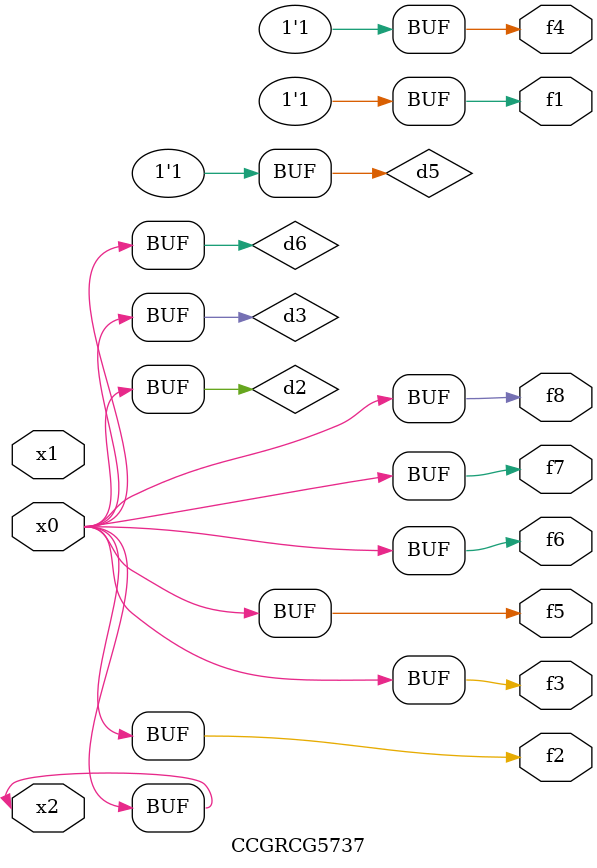
<source format=v>
module CCGRCG5737(
	input x0, x1, x2,
	output f1, f2, f3, f4, f5, f6, f7, f8
);

	wire d1, d2, d3, d4, d5, d6;

	xnor (d1, x2);
	buf (d2, x0, x2);
	and (d3, x0);
	xnor (d4, x1, x2);
	nand (d5, d1, d3);
	buf (d6, d2, d3);
	assign f1 = d5;
	assign f2 = d6;
	assign f3 = d6;
	assign f4 = d5;
	assign f5 = d6;
	assign f6 = d6;
	assign f7 = d6;
	assign f8 = d6;
endmodule

</source>
